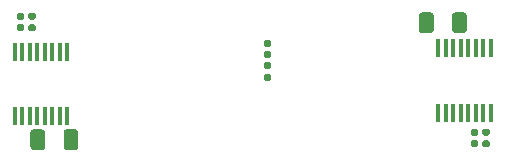
<source format=gtp>
%TF.GenerationSoftware,KiCad,Pcbnew,(5.1.6-0-10_14)*%
%TF.CreationDate,2020-06-29T16:19:24+02:00*%
%TF.ProjectId,rev0,72657630-2e6b-4696-9361-645f70636258,rev?*%
%TF.SameCoordinates,Original*%
%TF.FileFunction,Paste,Top*%
%TF.FilePolarity,Positive*%
%FSLAX46Y46*%
G04 Gerber Fmt 4.6, Leading zero omitted, Abs format (unit mm)*
G04 Created by KiCad (PCBNEW (5.1.6-0-10_14)) date 2020-06-29 16:19:24*
%MOMM*%
%LPD*%
G01*
G04 APERTURE LIST*
%ADD10R,0.435000X1.528000*%
G04 APERTURE END LIST*
%TO.C,R5*%
G36*
G01*
X148862000Y-83946500D02*
X149207000Y-83946500D01*
G75*
G02*
X149354500Y-84094000I0J-147500D01*
G01*
X149354500Y-84389000D01*
G75*
G02*
X149207000Y-84536500I-147500J0D01*
G01*
X148862000Y-84536500D01*
G75*
G02*
X148714500Y-84389000I0J147500D01*
G01*
X148714500Y-84094000D01*
G75*
G02*
X148862000Y-83946500I147500J0D01*
G01*
G37*
G36*
G01*
X148862000Y-82976500D02*
X149207000Y-82976500D01*
G75*
G02*
X149354500Y-83124000I0J-147500D01*
G01*
X149354500Y-83419000D01*
G75*
G02*
X149207000Y-83566500I-147500J0D01*
G01*
X148862000Y-83566500D01*
G75*
G02*
X148714500Y-83419000I0J147500D01*
G01*
X148714500Y-83124000D01*
G75*
G02*
X148862000Y-82976500I147500J0D01*
G01*
G37*
%TD*%
%TO.C,R4*%
G36*
G01*
X148862000Y-85851500D02*
X149207000Y-85851500D01*
G75*
G02*
X149354500Y-85999000I0J-147500D01*
G01*
X149354500Y-86294000D01*
G75*
G02*
X149207000Y-86441500I-147500J0D01*
G01*
X148862000Y-86441500D01*
G75*
G02*
X148714500Y-86294000I0J147500D01*
G01*
X148714500Y-85999000D01*
G75*
G02*
X148862000Y-85851500I147500J0D01*
G01*
G37*
G36*
G01*
X148862000Y-84881500D02*
X149207000Y-84881500D01*
G75*
G02*
X149354500Y-85029000I0J-147500D01*
G01*
X149354500Y-85324000D01*
G75*
G02*
X149207000Y-85471500I-147500J0D01*
G01*
X148862000Y-85471500D01*
G75*
G02*
X148714500Y-85324000I0J147500D01*
G01*
X148714500Y-85029000D01*
G75*
G02*
X148862000Y-84881500I147500J0D01*
G01*
G37*
%TD*%
%TO.C,R2*%
G36*
G01*
X163118500Y-80909000D02*
X163118500Y-82159000D01*
G75*
G02*
X162868500Y-82409000I-250000J0D01*
G01*
X162118500Y-82409000D01*
G75*
G02*
X161868500Y-82159000I0J250000D01*
G01*
X161868500Y-80909000D01*
G75*
G02*
X162118500Y-80659000I250000J0D01*
G01*
X162868500Y-80659000D01*
G75*
G02*
X163118500Y-80909000I0J-250000D01*
G01*
G37*
G36*
G01*
X165918500Y-80909000D02*
X165918500Y-82159000D01*
G75*
G02*
X165668500Y-82409000I-250000J0D01*
G01*
X164918500Y-82409000D01*
G75*
G02*
X164668500Y-82159000I0J250000D01*
G01*
X164668500Y-80909000D01*
G75*
G02*
X164918500Y-80659000I250000J0D01*
G01*
X165668500Y-80659000D01*
G75*
G02*
X165918500Y-80909000I0J-250000D01*
G01*
G37*
%TD*%
%TO.C,R1*%
G36*
G01*
X131775500Y-92065000D02*
X131775500Y-90815000D01*
G75*
G02*
X132025500Y-90565000I250000J0D01*
G01*
X132775500Y-90565000D01*
G75*
G02*
X133025500Y-90815000I0J-250000D01*
G01*
X133025500Y-92065000D01*
G75*
G02*
X132775500Y-92315000I-250000J0D01*
G01*
X132025500Y-92315000D01*
G75*
G02*
X131775500Y-92065000I0J250000D01*
G01*
G37*
G36*
G01*
X128975500Y-92065000D02*
X128975500Y-90815000D01*
G75*
G02*
X129225500Y-90565000I250000J0D01*
G01*
X129975500Y-90565000D01*
G75*
G02*
X130225500Y-90815000I0J-250000D01*
G01*
X130225500Y-92065000D01*
G75*
G02*
X129975500Y-92315000I-250000J0D01*
G01*
X129225500Y-92315000D01*
G75*
G02*
X128975500Y-92065000I0J250000D01*
G01*
G37*
%TD*%
D10*
%TO.C,IC2*%
X167957000Y-89134500D03*
X167323000Y-89134500D03*
X166687000Y-89134500D03*
X166053000Y-89134500D03*
X165417000Y-89134500D03*
X164783000Y-89134500D03*
X164147000Y-89134500D03*
X163513000Y-89134500D03*
X163513000Y-83712500D03*
X164147000Y-83712500D03*
X164783000Y-83712500D03*
X165417000Y-83712500D03*
X166053000Y-83712500D03*
X166687000Y-83712500D03*
X167323000Y-83712500D03*
X167957000Y-83712500D03*
%TD*%
%TO.C,C4*%
G36*
G01*
X166400700Y-91477600D02*
X166745700Y-91477600D01*
G75*
G02*
X166893200Y-91625100I0J-147500D01*
G01*
X166893200Y-91920100D01*
G75*
G02*
X166745700Y-92067600I-147500J0D01*
G01*
X166400700Y-92067600D01*
G75*
G02*
X166253200Y-91920100I0J147500D01*
G01*
X166253200Y-91625100D01*
G75*
G02*
X166400700Y-91477600I147500J0D01*
G01*
G37*
G36*
G01*
X166400700Y-90507600D02*
X166745700Y-90507600D01*
G75*
G02*
X166893200Y-90655100I0J-147500D01*
G01*
X166893200Y-90950100D01*
G75*
G02*
X166745700Y-91097600I-147500J0D01*
G01*
X166400700Y-91097600D01*
G75*
G02*
X166253200Y-90950100I0J147500D01*
G01*
X166253200Y-90655100D01*
G75*
G02*
X166400700Y-90507600I147500J0D01*
G01*
G37*
%TD*%
%TO.C,C3*%
G36*
G01*
X128315500Y-81280500D02*
X127970500Y-81280500D01*
G75*
G02*
X127823000Y-81133000I0J147500D01*
G01*
X127823000Y-80838000D01*
G75*
G02*
X127970500Y-80690500I147500J0D01*
G01*
X128315500Y-80690500D01*
G75*
G02*
X128463000Y-80838000I0J-147500D01*
G01*
X128463000Y-81133000D01*
G75*
G02*
X128315500Y-81280500I-147500J0D01*
G01*
G37*
G36*
G01*
X128315500Y-82250500D02*
X127970500Y-82250500D01*
G75*
G02*
X127823000Y-82103000I0J147500D01*
G01*
X127823000Y-81808000D01*
G75*
G02*
X127970500Y-81660500I147500J0D01*
G01*
X128315500Y-81660500D01*
G75*
G02*
X128463000Y-81808000I0J-147500D01*
G01*
X128463000Y-82103000D01*
G75*
G02*
X128315500Y-82250500I-147500J0D01*
G01*
G37*
%TD*%
%TO.C,C2*%
G36*
G01*
X167365900Y-91477600D02*
X167710900Y-91477600D01*
G75*
G02*
X167858400Y-91625100I0J-147500D01*
G01*
X167858400Y-91920100D01*
G75*
G02*
X167710900Y-92067600I-147500J0D01*
G01*
X167365900Y-92067600D01*
G75*
G02*
X167218400Y-91920100I0J147500D01*
G01*
X167218400Y-91625100D01*
G75*
G02*
X167365900Y-91477600I147500J0D01*
G01*
G37*
G36*
G01*
X167365900Y-90507600D02*
X167710900Y-90507600D01*
G75*
G02*
X167858400Y-90655100I0J-147500D01*
G01*
X167858400Y-90950100D01*
G75*
G02*
X167710900Y-91097600I-147500J0D01*
G01*
X167365900Y-91097600D01*
G75*
G02*
X167218400Y-90950100I0J147500D01*
G01*
X167218400Y-90655100D01*
G75*
G02*
X167365900Y-90507600I147500J0D01*
G01*
G37*
%TD*%
%TO.C,C1*%
G36*
G01*
X129268000Y-81280500D02*
X128923000Y-81280500D01*
G75*
G02*
X128775500Y-81133000I0J147500D01*
G01*
X128775500Y-80838000D01*
G75*
G02*
X128923000Y-80690500I147500J0D01*
G01*
X129268000Y-80690500D01*
G75*
G02*
X129415500Y-80838000I0J-147500D01*
G01*
X129415500Y-81133000D01*
G75*
G02*
X129268000Y-81280500I-147500J0D01*
G01*
G37*
G36*
G01*
X129268000Y-82250500D02*
X128923000Y-82250500D01*
G75*
G02*
X128775500Y-82103000I0J147500D01*
G01*
X128775500Y-81808000D01*
G75*
G02*
X128923000Y-81660500I147500J0D01*
G01*
X129268000Y-81660500D01*
G75*
G02*
X129415500Y-81808000I0J-147500D01*
G01*
X129415500Y-82103000D01*
G75*
G02*
X129268000Y-82250500I-147500J0D01*
G01*
G37*
%TD*%
%TO.C,IC1*%
X127635500Y-84030000D03*
X128269500Y-84030000D03*
X128905500Y-84030000D03*
X129539500Y-84030000D03*
X130175500Y-84030000D03*
X130809500Y-84030000D03*
X131445500Y-84030000D03*
X132079500Y-84030000D03*
X132079500Y-89452000D03*
X131445500Y-89452000D03*
X130809500Y-89452000D03*
X130175500Y-89452000D03*
X129539500Y-89452000D03*
X128905500Y-89452000D03*
X128269500Y-89452000D03*
X127635500Y-89452000D03*
%TD*%
M02*

</source>
